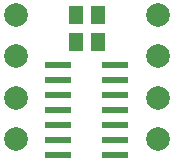
<source format=gbr>
G04 EAGLE Gerber RS-274X export*
G75*
%MOMM*%
%FSLAX34Y34*%
%LPD*%
%INSolderpaste Top*%
%IPPOS*%
%AMOC8*
5,1,8,0,0,1.08239X$1,22.5*%
G01*
%ADD10R,1.300000X1.500000*%
%ADD11C,2.000000*%
%ADD12R,2.286000X0.609600*%


D10*
X65500Y152500D03*
X84500Y152500D03*
D11*
X15000Y140000D03*
X15000Y105000D03*
X15000Y70000D03*
X15000Y175000D03*
X135000Y140000D03*
X135000Y105000D03*
X135000Y70000D03*
X135000Y175000D03*
D10*
X65500Y175000D03*
X84500Y175000D03*
D12*
X50870Y133100D03*
X50870Y120400D03*
X50870Y107700D03*
X50870Y95000D03*
X50870Y82300D03*
X50870Y69600D03*
X50870Y56900D03*
X99130Y56900D03*
X99130Y69600D03*
X99130Y82300D03*
X99130Y95000D03*
X99130Y107700D03*
X99130Y120400D03*
X99130Y133100D03*
M02*

</source>
